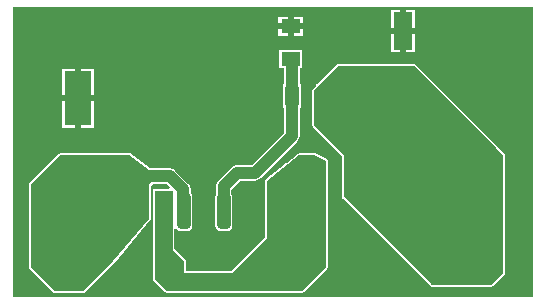
<source format=gtl>
G04*
G04 #@! TF.GenerationSoftware,Altium Limited,Altium Designer,21.3.2 (30)*
G04*
G04 Layer_Physical_Order=1*
G04 Layer_Color=255*
%FSLAX25Y25*%
%MOIN*%
G70*
G04*
G04 #@! TF.SameCoordinates,85017F29-9A71-4B45-BEFD-3BEF8A3D19F2*
G04*
G04*
G04 #@! TF.FilePolarity,Positive*
G04*
G01*
G75*
%ADD12R,0.35433X0.41968*%
G04:AMPARAMS|DCode=13|XSize=44.09mil|YSize=118.11mil|CornerRadius=11.02mil|HoleSize=0mil|Usage=FLASHONLY|Rotation=0.000|XOffset=0mil|YOffset=0mil|HoleType=Round|Shape=RoundedRectangle|*
%AMROUNDEDRECTD13*
21,1,0.04409,0.09606,0,0,0.0*
21,1,0.02205,0.11811,0,0,0.0*
1,1,0.02205,0.01102,-0.04803*
1,1,0.02205,-0.01102,-0.04803*
1,1,0.02205,-0.01102,0.04803*
1,1,0.02205,0.01102,0.04803*
%
%ADD13ROUNDEDRECTD13*%
%ADD14R,0.09055X0.17913*%
%ADD15R,0.05118X0.05512*%
%ADD16R,0.11417X0.21260*%
%ADD17R,0.06299X0.12598*%
%ADD18R,0.04724X0.06496*%
%ADD19R,0.06496X0.04724*%
%ADD29C,0.03937*%
%ADD30C,0.01968*%
%ADD31R,0.05906X0.29528*%
G04:AMPARAMS|DCode=32|XSize=118.11mil|YSize=118.11mil|CornerRadius=29.53mil|HoleSize=0mil|Usage=FLASHONLY|Rotation=0.000|XOffset=0mil|YOffset=0mil|HoleType=Round|Shape=RoundedRectangle|*
%AMROUNDEDRECTD32*
21,1,0.11811,0.05906,0,0,0.0*
21,1,0.05906,0.11811,0,0,0.0*
1,1,0.05906,0.02953,-0.02953*
1,1,0.05906,-0.02953,-0.02953*
1,1,0.05906,-0.02953,0.02953*
1,1,0.05906,0.02953,0.02953*
%
%ADD32ROUNDEDRECTD32*%
%ADD33C,0.02756*%
G36*
X271654Y403543D02*
X98425D01*
Y500000D01*
X271654D01*
Y403543D01*
D02*
G37*
%LPC*%
G36*
X194980Y496850D02*
X191929D01*
Y494685D01*
X194980D01*
Y496850D01*
D02*
G37*
G36*
X189961D02*
X186909D01*
Y494685D01*
X189961D01*
Y496850D01*
D02*
G37*
G36*
X232283Y499213D02*
X229331D01*
Y493110D01*
X232283D01*
Y499213D01*
D02*
G37*
G36*
X227362D02*
X224410D01*
Y493110D01*
X227362D01*
Y499213D01*
D02*
G37*
G36*
X194980Y492717D02*
X191929D01*
Y490551D01*
X194980D01*
Y492717D01*
D02*
G37*
G36*
X189961D02*
X186909D01*
Y490551D01*
X189961D01*
Y492717D01*
D02*
G37*
G36*
X232283Y491142D02*
X229331D01*
Y485039D01*
X232283D01*
Y491142D01*
D02*
G37*
G36*
X227362D02*
X224410D01*
Y485039D01*
X227362D01*
Y491142D01*
D02*
G37*
G36*
X125394Y479429D02*
X121063D01*
Y470669D01*
X125394D01*
Y479429D01*
D02*
G37*
G36*
X119095D02*
X114764D01*
Y470669D01*
X119095D01*
Y479429D01*
D02*
G37*
G36*
X125394Y468701D02*
X121063D01*
Y459941D01*
X125394D01*
Y468701D01*
D02*
G37*
G36*
X119095D02*
X114764D01*
Y459941D01*
X119095D01*
Y468701D01*
D02*
G37*
G36*
X194791Y485638D02*
X187098D01*
Y479716D01*
X188750D01*
Y474319D01*
X188378D01*
Y466626D01*
X188750D01*
Y458159D01*
X178061Y447471D01*
X173228D01*
X172558Y447383D01*
X171934Y447124D01*
X171398Y446713D01*
X171398Y446713D01*
X166823Y442138D01*
X166411Y441602D01*
X166153Y440977D01*
X166065Y440307D01*
X166065Y440307D01*
Y437640D01*
X165949Y437467D01*
X165817Y436803D01*
Y427197D01*
X165949Y426533D01*
X166325Y425971D01*
X166888Y425595D01*
X167551Y425463D01*
X169756D01*
X170420Y425595D01*
X170982Y425971D01*
X171358Y426533D01*
X171490Y427197D01*
Y436803D01*
X171358Y437467D01*
X171243Y437640D01*
Y439235D01*
X174301Y442293D01*
X179134D01*
X179134Y442293D01*
X179804Y442381D01*
X180428Y442640D01*
X180965Y443051D01*
X193169Y455256D01*
X193581Y455792D01*
X193839Y456417D01*
X193928Y457087D01*
X193928Y457087D01*
Y466626D01*
X194299D01*
Y474319D01*
X193928D01*
Y479716D01*
X194791D01*
Y485638D01*
D02*
G37*
G36*
X198819Y451435D02*
X193898D01*
X193699Y451353D01*
X193493Y451293D01*
X189672Y448236D01*
X189165D01*
Y447831D01*
X182666Y442632D01*
X182648Y442598D01*
X182613Y442584D01*
X182531Y442386D01*
X182427Y442198D01*
X182438Y442161D01*
X182423Y442126D01*
Y423497D01*
X170992Y412065D01*
X156159D01*
Y415354D01*
X155970Y415812D01*
X152223Y419560D01*
Y426143D01*
X152723Y426295D01*
X152939Y425971D01*
X153502Y425595D01*
X154165Y425463D01*
X156370D01*
X157034Y425595D01*
X157596Y425971D01*
X157972Y426533D01*
X158104Y427197D01*
Y436803D01*
X157972Y437467D01*
X157621Y437993D01*
Y439457D01*
X157532Y440127D01*
X157274Y440751D01*
X156862Y441288D01*
X156862Y441288D01*
X152569Y445580D01*
X152033Y445992D01*
X151409Y446250D01*
X150739Y446339D01*
X150739Y446339D01*
X144088D01*
X137573Y451303D01*
X137372Y451356D01*
X137180Y451435D01*
X114173D01*
X113715Y451245D01*
X103873Y441403D01*
X103683Y440945D01*
Y413386D01*
X103873Y412928D01*
X111747Y405054D01*
X111765Y405046D01*
X111773Y405029D01*
X111793Y405022D01*
X111803Y405003D01*
X112008Y404946D01*
X112205Y404864D01*
X122047D01*
X122505Y405054D01*
X132348Y414896D01*
X132360Y414925D01*
X132387Y414940D01*
X144198Y429113D01*
X144264Y429324D01*
X144349Y429528D01*
Y440466D01*
X144970Y441160D01*
X149666D01*
X150741Y440086D01*
X150549Y439624D01*
X145669D01*
X145211Y439434D01*
X145022Y438976D01*
Y411417D01*
Y409449D01*
X145211Y408991D01*
X149148Y405054D01*
X149606Y404864D01*
X194882D01*
X195340Y405054D01*
X203214Y412928D01*
X203404Y413386D01*
Y425197D01*
Y448819D01*
X203363Y448917D01*
X203370Y449024D01*
X203272Y449138D01*
X203214Y449277D01*
X203116Y449318D01*
X203046Y449398D01*
X199109Y451367D01*
X198958Y451377D01*
X198819Y451435D01*
D02*
G37*
G36*
X232283Y480963D02*
X206693D01*
X206235Y480773D01*
X199781Y474319D01*
X199402D01*
Y473940D01*
X198361Y472899D01*
X198171Y472441D01*
Y460630D01*
X198361Y460172D01*
X208014Y450519D01*
Y437008D01*
X208203Y436550D01*
X237731Y407022D01*
X238189Y406833D01*
X257874D01*
X258332Y407022D01*
X262269Y410959D01*
X262459Y411417D01*
Y450787D01*
X262269Y451245D01*
X260301Y453214D01*
X260300Y453214D01*
X232741Y480773D01*
X232283Y480963D01*
D02*
G37*
%LPD*%
G36*
X202756Y448819D02*
Y425197D01*
Y413386D01*
X194882Y405512D01*
X149606D01*
X145669Y409449D01*
Y411417D01*
X149606D01*
X147638Y413386D01*
Y419291D01*
X151575D01*
X155512Y415354D01*
Y411417D01*
X171260D01*
X183071Y423228D01*
Y442126D01*
X193898Y450787D01*
X198819D01*
X202756Y448819D01*
D02*
G37*
G36*
X146417Y443750D02*
X143701Y440713D01*
Y429528D01*
X131890Y415354D01*
X122047Y405512D01*
X112205D01*
X104331Y413386D01*
Y440945D01*
X114173Y450787D01*
X137180D01*
X146417Y443750D01*
D02*
G37*
G36*
X259842Y452756D02*
Y452756D01*
X261811Y450787D01*
Y411417D01*
X257874Y407480D01*
X238189D01*
X208661Y437008D01*
Y450787D01*
X198819Y460630D01*
Y472441D01*
X206693Y480315D01*
X232283D01*
X259842Y452756D01*
D02*
G37*
D12*
X162075Y471000D02*
D03*
D13*
X175347Y432000D02*
D03*
X168654D02*
D03*
X161961D02*
D03*
X155268D02*
D03*
X148575D02*
D03*
D03*
D14*
X120079Y469685D02*
D03*
Y439764D02*
D03*
D15*
X149803Y415354D02*
D03*
X161221D02*
D03*
D16*
X233661Y437008D02*
D03*
X195472D02*
D03*
D17*
X228346Y472441D02*
D03*
Y492126D02*
D03*
D18*
X191339Y470472D02*
D03*
X202362D02*
D03*
D19*
X190945Y493701D02*
D03*
Y482677D02*
D03*
D29*
X131151Y443750D02*
X150739D01*
X155032Y432236D02*
X155268Y432000D01*
X150739Y443750D02*
X155032Y439457D01*
Y432236D02*
Y439457D01*
X173228Y444882D02*
X179134D01*
X168654Y432000D02*
Y440307D01*
X173228Y444882D01*
X179134D02*
X191339Y457087D01*
Y470472D01*
X120079Y440354D02*
X122638Y442913D01*
X120079Y439764D02*
Y440354D01*
X122638Y442913D02*
X130315D01*
X131151Y443750D01*
X191339Y470472D02*
Y482283D01*
X190945Y482677D02*
X191339Y482283D01*
D30*
X228346Y469291D02*
Y472441D01*
X226378Y470472D02*
X228346Y472441D01*
D31*
X148622Y424213D02*
D03*
D32*
X253937Y415354D02*
D03*
X118110D02*
D03*
X253937Y490158D02*
D03*
X118110D02*
D03*
D33*
X265748Y472441D02*
D03*
X259842Y460630D02*
D03*
X265748Y448819D02*
D03*
Y425197D02*
D03*
X253937Y472441D02*
D03*
X236220Y484252D02*
D03*
X224409Y413386D02*
D03*
X212598Y484252D02*
D03*
Y413386D02*
D03*
X200787Y484252D02*
D03*
X206693Y425197D02*
D03*
X183071Y472441D02*
D03*
X141732Y484252D02*
D03*
Y460630D02*
D03*
Y413386D02*
D03*
X129921Y484252D02*
D03*
X135827Y472441D02*
D03*
X129921Y460630D02*
D03*
X106299Y484252D02*
D03*
X112205Y472441D02*
D03*
X106299Y460630D02*
D03*
M02*

</source>
